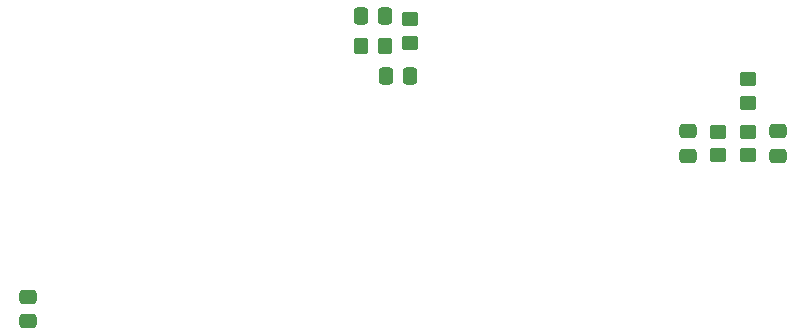
<source format=gbp>
G04 #@! TF.GenerationSoftware,KiCad,Pcbnew,(6.0.1)*
G04 #@! TF.CreationDate,2022-02-04T01:53:46-05:00*
G04 #@! TF.ProjectId,klxecu,6b6c7865-6375-42e6-9b69-6361645f7063,rev?*
G04 #@! TF.SameCoordinates,Original*
G04 #@! TF.FileFunction,Paste,Bot*
G04 #@! TF.FilePolarity,Positive*
%FSLAX46Y46*%
G04 Gerber Fmt 4.6, Leading zero omitted, Abs format (unit mm)*
G04 Created by KiCad (PCBNEW (6.0.1)) date 2022-02-04 01:53:46*
%MOMM*%
%LPD*%
G01*
G04 APERTURE LIST*
G04 Aperture macros list*
%AMRoundRect*
0 Rectangle with rounded corners*
0 $1 Rounding radius*
0 $2 $3 $4 $5 $6 $7 $8 $9 X,Y pos of 4 corners*
0 Add a 4 corners polygon primitive as box body*
4,1,4,$2,$3,$4,$5,$6,$7,$8,$9,$2,$3,0*
0 Add four circle primitives for the rounded corners*
1,1,$1+$1,$2,$3*
1,1,$1+$1,$4,$5*
1,1,$1+$1,$6,$7*
1,1,$1+$1,$8,$9*
0 Add four rect primitives between the rounded corners*
20,1,$1+$1,$2,$3,$4,$5,0*
20,1,$1+$1,$4,$5,$6,$7,0*
20,1,$1+$1,$6,$7,$8,$9,0*
20,1,$1+$1,$8,$9,$2,$3,0*%
G04 Aperture macros list end*
%ADD10RoundRect,0.250000X-0.350000X-0.450000X0.350000X-0.450000X0.350000X0.450000X-0.350000X0.450000X0*%
%ADD11RoundRect,0.250000X0.450000X-0.350000X0.450000X0.350000X-0.450000X0.350000X-0.450000X-0.350000X0*%
%ADD12RoundRect,0.250000X-0.450000X0.350000X-0.450000X-0.350000X0.450000X-0.350000X0.450000X0.350000X0*%
%ADD13RoundRect,0.250000X-0.475000X0.337500X-0.475000X-0.337500X0.475000X-0.337500X0.475000X0.337500X0*%
%ADD14RoundRect,0.250000X-0.337500X-0.475000X0.337500X-0.475000X0.337500X0.475000X-0.337500X0.475000X0*%
G04 APERTURE END LIST*
D10*
X76565000Y-80645000D03*
X74565000Y-80645000D03*
D11*
X78740000Y-78375000D03*
X78740000Y-80375000D03*
D12*
X107315000Y-89900000D03*
X107315000Y-87900000D03*
D11*
X104775000Y-87900000D03*
X104775000Y-89900000D03*
X107315000Y-83455000D03*
X107315000Y-85455000D03*
D13*
X46345000Y-103917500D03*
X46345000Y-101842500D03*
D14*
X78740000Y-83185000D03*
X76665000Y-83185000D03*
D13*
X109855000Y-87862500D03*
X109855000Y-89937500D03*
D14*
X76602500Y-78105000D03*
X74527500Y-78105000D03*
D13*
X102235000Y-87862500D03*
X102235000Y-89937500D03*
M02*

</source>
